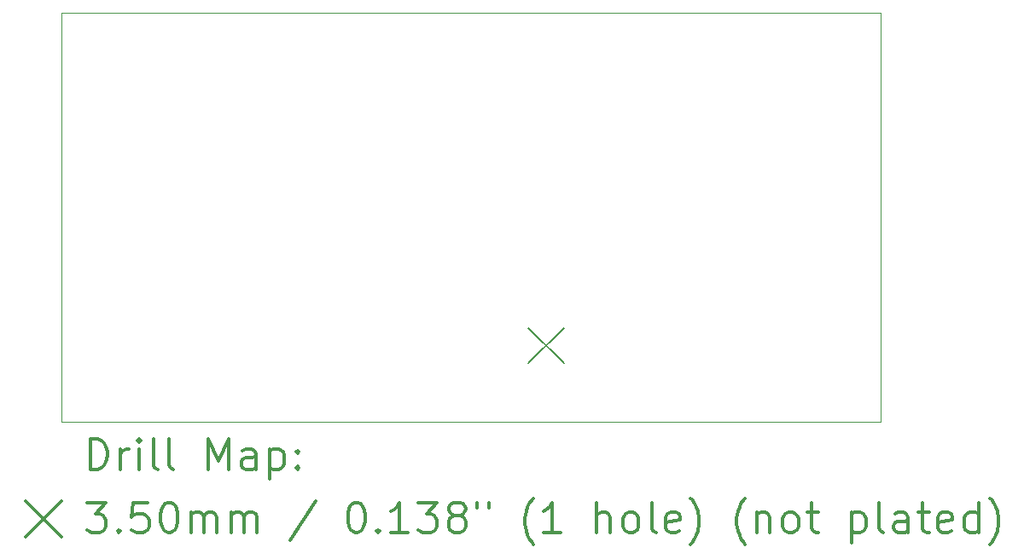
<source format=gbr>
%FSLAX45Y45*%
G04 Gerber Fmt 4.5, Leading zero omitted, Abs format (unit mm)*
G04 Created by KiCad (PCBNEW (5.1.9)-1) date 2021-12-30 20:05:51*
%MOMM*%
%LPD*%
G01*
G04 APERTURE LIST*
%TA.AperFunction,Profile*%
%ADD10C,0.038100*%
%TD*%
%ADD11C,0.200000*%
%ADD12C,0.300000*%
G04 APERTURE END LIST*
D10*
X18288000Y-7493000D02*
X10160000Y-7493000D01*
X10160000Y-7493000D02*
X10160000Y-3429000D01*
X18288000Y-3429000D02*
X18288000Y-7493000D01*
X10160000Y-3429000D02*
X18288000Y-3429000D01*
D11*
X14796000Y-6556000D02*
X15146000Y-6906000D01*
X15146000Y-6556000D02*
X14796000Y-6906000D01*
D12*
X10444523Y-7960619D02*
X10444523Y-7660619D01*
X10515952Y-7660619D01*
X10558809Y-7674905D01*
X10587381Y-7703476D01*
X10601666Y-7732048D01*
X10615952Y-7789191D01*
X10615952Y-7832048D01*
X10601666Y-7889191D01*
X10587381Y-7917762D01*
X10558809Y-7946334D01*
X10515952Y-7960619D01*
X10444523Y-7960619D01*
X10744523Y-7960619D02*
X10744523Y-7760619D01*
X10744523Y-7817762D02*
X10758809Y-7789191D01*
X10773095Y-7774905D01*
X10801666Y-7760619D01*
X10830238Y-7760619D01*
X10930238Y-7960619D02*
X10930238Y-7760619D01*
X10930238Y-7660619D02*
X10915952Y-7674905D01*
X10930238Y-7689191D01*
X10944523Y-7674905D01*
X10930238Y-7660619D01*
X10930238Y-7689191D01*
X11115952Y-7960619D02*
X11087381Y-7946334D01*
X11073095Y-7917762D01*
X11073095Y-7660619D01*
X11273095Y-7960619D02*
X11244523Y-7946334D01*
X11230238Y-7917762D01*
X11230238Y-7660619D01*
X11615952Y-7960619D02*
X11615952Y-7660619D01*
X11715952Y-7874905D01*
X11815952Y-7660619D01*
X11815952Y-7960619D01*
X12087381Y-7960619D02*
X12087381Y-7803476D01*
X12073095Y-7774905D01*
X12044523Y-7760619D01*
X11987381Y-7760619D01*
X11958809Y-7774905D01*
X12087381Y-7946334D02*
X12058809Y-7960619D01*
X11987381Y-7960619D01*
X11958809Y-7946334D01*
X11944523Y-7917762D01*
X11944523Y-7889191D01*
X11958809Y-7860619D01*
X11987381Y-7846334D01*
X12058809Y-7846334D01*
X12087381Y-7832048D01*
X12230238Y-7760619D02*
X12230238Y-8060619D01*
X12230238Y-7774905D02*
X12258809Y-7760619D01*
X12315952Y-7760619D01*
X12344523Y-7774905D01*
X12358809Y-7789191D01*
X12373095Y-7817762D01*
X12373095Y-7903476D01*
X12358809Y-7932048D01*
X12344523Y-7946334D01*
X12315952Y-7960619D01*
X12258809Y-7960619D01*
X12230238Y-7946334D01*
X12501666Y-7932048D02*
X12515952Y-7946334D01*
X12501666Y-7960619D01*
X12487381Y-7946334D01*
X12501666Y-7932048D01*
X12501666Y-7960619D01*
X12501666Y-7774905D02*
X12515952Y-7789191D01*
X12501666Y-7803476D01*
X12487381Y-7789191D01*
X12501666Y-7774905D01*
X12501666Y-7803476D01*
X9808095Y-8279905D02*
X10158095Y-8629905D01*
X10158095Y-8279905D02*
X9808095Y-8629905D01*
X10415952Y-8290619D02*
X10601666Y-8290619D01*
X10501666Y-8404905D01*
X10544523Y-8404905D01*
X10573095Y-8419191D01*
X10587381Y-8433477D01*
X10601666Y-8462048D01*
X10601666Y-8533477D01*
X10587381Y-8562048D01*
X10573095Y-8576334D01*
X10544523Y-8590619D01*
X10458809Y-8590619D01*
X10430238Y-8576334D01*
X10415952Y-8562048D01*
X10730238Y-8562048D02*
X10744523Y-8576334D01*
X10730238Y-8590619D01*
X10715952Y-8576334D01*
X10730238Y-8562048D01*
X10730238Y-8590619D01*
X11015952Y-8290619D02*
X10873095Y-8290619D01*
X10858809Y-8433477D01*
X10873095Y-8419191D01*
X10901666Y-8404905D01*
X10973095Y-8404905D01*
X11001666Y-8419191D01*
X11015952Y-8433477D01*
X11030238Y-8462048D01*
X11030238Y-8533477D01*
X11015952Y-8562048D01*
X11001666Y-8576334D01*
X10973095Y-8590619D01*
X10901666Y-8590619D01*
X10873095Y-8576334D01*
X10858809Y-8562048D01*
X11215952Y-8290619D02*
X11244523Y-8290619D01*
X11273095Y-8304905D01*
X11287381Y-8319191D01*
X11301666Y-8347762D01*
X11315952Y-8404905D01*
X11315952Y-8476334D01*
X11301666Y-8533477D01*
X11287381Y-8562048D01*
X11273095Y-8576334D01*
X11244523Y-8590619D01*
X11215952Y-8590619D01*
X11187381Y-8576334D01*
X11173095Y-8562048D01*
X11158809Y-8533477D01*
X11144523Y-8476334D01*
X11144523Y-8404905D01*
X11158809Y-8347762D01*
X11173095Y-8319191D01*
X11187381Y-8304905D01*
X11215952Y-8290619D01*
X11444523Y-8590619D02*
X11444523Y-8390619D01*
X11444523Y-8419191D02*
X11458809Y-8404905D01*
X11487381Y-8390619D01*
X11530238Y-8390619D01*
X11558809Y-8404905D01*
X11573095Y-8433477D01*
X11573095Y-8590619D01*
X11573095Y-8433477D02*
X11587381Y-8404905D01*
X11615952Y-8390619D01*
X11658809Y-8390619D01*
X11687381Y-8404905D01*
X11701666Y-8433477D01*
X11701666Y-8590619D01*
X11844523Y-8590619D02*
X11844523Y-8390619D01*
X11844523Y-8419191D02*
X11858809Y-8404905D01*
X11887381Y-8390619D01*
X11930238Y-8390619D01*
X11958809Y-8404905D01*
X11973095Y-8433477D01*
X11973095Y-8590619D01*
X11973095Y-8433477D02*
X11987381Y-8404905D01*
X12015952Y-8390619D01*
X12058809Y-8390619D01*
X12087381Y-8404905D01*
X12101666Y-8433477D01*
X12101666Y-8590619D01*
X12687381Y-8276334D02*
X12430238Y-8662048D01*
X13073095Y-8290619D02*
X13101666Y-8290619D01*
X13130238Y-8304905D01*
X13144523Y-8319191D01*
X13158809Y-8347762D01*
X13173095Y-8404905D01*
X13173095Y-8476334D01*
X13158809Y-8533477D01*
X13144523Y-8562048D01*
X13130238Y-8576334D01*
X13101666Y-8590619D01*
X13073095Y-8590619D01*
X13044523Y-8576334D01*
X13030238Y-8562048D01*
X13015952Y-8533477D01*
X13001666Y-8476334D01*
X13001666Y-8404905D01*
X13015952Y-8347762D01*
X13030238Y-8319191D01*
X13044523Y-8304905D01*
X13073095Y-8290619D01*
X13301666Y-8562048D02*
X13315952Y-8576334D01*
X13301666Y-8590619D01*
X13287381Y-8576334D01*
X13301666Y-8562048D01*
X13301666Y-8590619D01*
X13601666Y-8590619D02*
X13430238Y-8590619D01*
X13515952Y-8590619D02*
X13515952Y-8290619D01*
X13487381Y-8333476D01*
X13458809Y-8362048D01*
X13430238Y-8376334D01*
X13701666Y-8290619D02*
X13887381Y-8290619D01*
X13787381Y-8404905D01*
X13830238Y-8404905D01*
X13858809Y-8419191D01*
X13873095Y-8433477D01*
X13887381Y-8462048D01*
X13887381Y-8533477D01*
X13873095Y-8562048D01*
X13858809Y-8576334D01*
X13830238Y-8590619D01*
X13744523Y-8590619D01*
X13715952Y-8576334D01*
X13701666Y-8562048D01*
X14058809Y-8419191D02*
X14030238Y-8404905D01*
X14015952Y-8390619D01*
X14001666Y-8362048D01*
X14001666Y-8347762D01*
X14015952Y-8319191D01*
X14030238Y-8304905D01*
X14058809Y-8290619D01*
X14115952Y-8290619D01*
X14144523Y-8304905D01*
X14158809Y-8319191D01*
X14173095Y-8347762D01*
X14173095Y-8362048D01*
X14158809Y-8390619D01*
X14144523Y-8404905D01*
X14115952Y-8419191D01*
X14058809Y-8419191D01*
X14030238Y-8433477D01*
X14015952Y-8447762D01*
X14001666Y-8476334D01*
X14001666Y-8533477D01*
X14015952Y-8562048D01*
X14030238Y-8576334D01*
X14058809Y-8590619D01*
X14115952Y-8590619D01*
X14144523Y-8576334D01*
X14158809Y-8562048D01*
X14173095Y-8533477D01*
X14173095Y-8476334D01*
X14158809Y-8447762D01*
X14144523Y-8433477D01*
X14115952Y-8419191D01*
X14287381Y-8290619D02*
X14287381Y-8347762D01*
X14401666Y-8290619D02*
X14401666Y-8347762D01*
X14844523Y-8704905D02*
X14830238Y-8690619D01*
X14801666Y-8647762D01*
X14787381Y-8619191D01*
X14773095Y-8576334D01*
X14758809Y-8504905D01*
X14758809Y-8447762D01*
X14773095Y-8376334D01*
X14787381Y-8333476D01*
X14801666Y-8304905D01*
X14830238Y-8262048D01*
X14844523Y-8247762D01*
X15115952Y-8590619D02*
X14944523Y-8590619D01*
X15030238Y-8590619D02*
X15030238Y-8290619D01*
X15001666Y-8333476D01*
X14973095Y-8362048D01*
X14944523Y-8376334D01*
X15473095Y-8590619D02*
X15473095Y-8290619D01*
X15601666Y-8590619D02*
X15601666Y-8433477D01*
X15587381Y-8404905D01*
X15558809Y-8390619D01*
X15515952Y-8390619D01*
X15487381Y-8404905D01*
X15473095Y-8419191D01*
X15787381Y-8590619D02*
X15758809Y-8576334D01*
X15744523Y-8562048D01*
X15730238Y-8533477D01*
X15730238Y-8447762D01*
X15744523Y-8419191D01*
X15758809Y-8404905D01*
X15787381Y-8390619D01*
X15830238Y-8390619D01*
X15858809Y-8404905D01*
X15873095Y-8419191D01*
X15887381Y-8447762D01*
X15887381Y-8533477D01*
X15873095Y-8562048D01*
X15858809Y-8576334D01*
X15830238Y-8590619D01*
X15787381Y-8590619D01*
X16058809Y-8590619D02*
X16030238Y-8576334D01*
X16015952Y-8547762D01*
X16015952Y-8290619D01*
X16287381Y-8576334D02*
X16258809Y-8590619D01*
X16201666Y-8590619D01*
X16173095Y-8576334D01*
X16158809Y-8547762D01*
X16158809Y-8433477D01*
X16173095Y-8404905D01*
X16201666Y-8390619D01*
X16258809Y-8390619D01*
X16287381Y-8404905D01*
X16301666Y-8433477D01*
X16301666Y-8462048D01*
X16158809Y-8490619D01*
X16401666Y-8704905D02*
X16415952Y-8690619D01*
X16444523Y-8647762D01*
X16458809Y-8619191D01*
X16473095Y-8576334D01*
X16487381Y-8504905D01*
X16487381Y-8447762D01*
X16473095Y-8376334D01*
X16458809Y-8333476D01*
X16444523Y-8304905D01*
X16415952Y-8262048D01*
X16401666Y-8247762D01*
X16944523Y-8704905D02*
X16930238Y-8690619D01*
X16901666Y-8647762D01*
X16887381Y-8619191D01*
X16873095Y-8576334D01*
X16858809Y-8504905D01*
X16858809Y-8447762D01*
X16873095Y-8376334D01*
X16887381Y-8333476D01*
X16901666Y-8304905D01*
X16930238Y-8262048D01*
X16944523Y-8247762D01*
X17058809Y-8390619D02*
X17058809Y-8590619D01*
X17058809Y-8419191D02*
X17073095Y-8404905D01*
X17101666Y-8390619D01*
X17144523Y-8390619D01*
X17173095Y-8404905D01*
X17187381Y-8433477D01*
X17187381Y-8590619D01*
X17373095Y-8590619D02*
X17344523Y-8576334D01*
X17330238Y-8562048D01*
X17315952Y-8533477D01*
X17315952Y-8447762D01*
X17330238Y-8419191D01*
X17344523Y-8404905D01*
X17373095Y-8390619D01*
X17415952Y-8390619D01*
X17444523Y-8404905D01*
X17458809Y-8419191D01*
X17473095Y-8447762D01*
X17473095Y-8533477D01*
X17458809Y-8562048D01*
X17444523Y-8576334D01*
X17415952Y-8590619D01*
X17373095Y-8590619D01*
X17558809Y-8390619D02*
X17673095Y-8390619D01*
X17601666Y-8290619D02*
X17601666Y-8547762D01*
X17615952Y-8576334D01*
X17644523Y-8590619D01*
X17673095Y-8590619D01*
X18001666Y-8390619D02*
X18001666Y-8690619D01*
X18001666Y-8404905D02*
X18030238Y-8390619D01*
X18087381Y-8390619D01*
X18115952Y-8404905D01*
X18130238Y-8419191D01*
X18144523Y-8447762D01*
X18144523Y-8533477D01*
X18130238Y-8562048D01*
X18115952Y-8576334D01*
X18087381Y-8590619D01*
X18030238Y-8590619D01*
X18001666Y-8576334D01*
X18315952Y-8590619D02*
X18287381Y-8576334D01*
X18273095Y-8547762D01*
X18273095Y-8290619D01*
X18558809Y-8590619D02*
X18558809Y-8433477D01*
X18544523Y-8404905D01*
X18515952Y-8390619D01*
X18458809Y-8390619D01*
X18430238Y-8404905D01*
X18558809Y-8576334D02*
X18530238Y-8590619D01*
X18458809Y-8590619D01*
X18430238Y-8576334D01*
X18415952Y-8547762D01*
X18415952Y-8519191D01*
X18430238Y-8490619D01*
X18458809Y-8476334D01*
X18530238Y-8476334D01*
X18558809Y-8462048D01*
X18658809Y-8390619D02*
X18773095Y-8390619D01*
X18701666Y-8290619D02*
X18701666Y-8547762D01*
X18715952Y-8576334D01*
X18744523Y-8590619D01*
X18773095Y-8590619D01*
X18987381Y-8576334D02*
X18958809Y-8590619D01*
X18901666Y-8590619D01*
X18873095Y-8576334D01*
X18858809Y-8547762D01*
X18858809Y-8433477D01*
X18873095Y-8404905D01*
X18901666Y-8390619D01*
X18958809Y-8390619D01*
X18987381Y-8404905D01*
X19001666Y-8433477D01*
X19001666Y-8462048D01*
X18858809Y-8490619D01*
X19258809Y-8590619D02*
X19258809Y-8290619D01*
X19258809Y-8576334D02*
X19230238Y-8590619D01*
X19173095Y-8590619D01*
X19144523Y-8576334D01*
X19130238Y-8562048D01*
X19115952Y-8533477D01*
X19115952Y-8447762D01*
X19130238Y-8419191D01*
X19144523Y-8404905D01*
X19173095Y-8390619D01*
X19230238Y-8390619D01*
X19258809Y-8404905D01*
X19373095Y-8704905D02*
X19387381Y-8690619D01*
X19415952Y-8647762D01*
X19430238Y-8619191D01*
X19444523Y-8576334D01*
X19458809Y-8504905D01*
X19458809Y-8447762D01*
X19444523Y-8376334D01*
X19430238Y-8333476D01*
X19415952Y-8304905D01*
X19387381Y-8262048D01*
X19373095Y-8247762D01*
M02*

</source>
